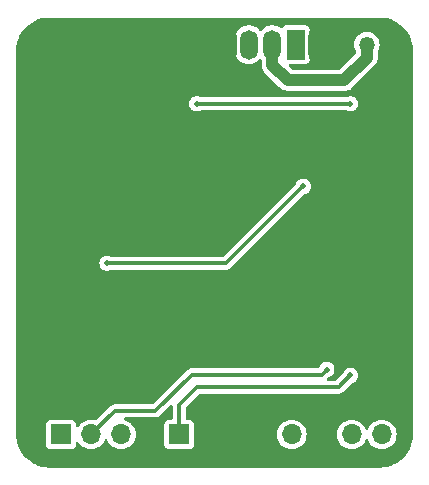
<source format=gbl>
%TF.GenerationSoftware,KiCad,Pcbnew,8.0.7*%
%TF.CreationDate,2025-01-03T22:16:07+08:00*%
%TF.ProjectId,remote_fingers_ESP8266,72656d6f-7465-45f6-9669-6e676572735f,rev?*%
%TF.SameCoordinates,Original*%
%TF.FileFunction,Copper,L2,Bot*%
%TF.FilePolarity,Positive*%
%FSLAX46Y46*%
G04 Gerber Fmt 4.6, Leading zero omitted, Abs format (unit mm)*
G04 Created by KiCad (PCBNEW 8.0.7) date 2025-01-03 22:16:07*
%MOMM*%
%LPD*%
G01*
G04 APERTURE LIST*
%TA.AperFunction,ComponentPad*%
%ADD10O,2.200000X3.500000*%
%TD*%
%TA.AperFunction,ComponentPad*%
%ADD11R,1.500000X2.500000*%
%TD*%
%TA.AperFunction,ComponentPad*%
%ADD12O,1.500000X2.500000*%
%TD*%
%TA.AperFunction,ComponentPad*%
%ADD13R,1.700000X1.700000*%
%TD*%
%TA.AperFunction,ComponentPad*%
%ADD14O,1.700000X1.700000*%
%TD*%
%TA.AperFunction,ComponentPad*%
%ADD15R,1.350000X1.350000*%
%TD*%
%TA.AperFunction,ComponentPad*%
%ADD16O,1.350000X1.350000*%
%TD*%
%TA.AperFunction,ViaPad*%
%ADD17C,0.500000*%
%TD*%
%TA.AperFunction,Conductor*%
%ADD18C,0.300000*%
%TD*%
%TA.AperFunction,Conductor*%
%ADD19C,1.000000*%
%TD*%
G04 APERTURE END LIST*
D10*
%TO.P,SW1,*%
%TO.N,GND*%
X97000000Y-83000000D03*
X88800000Y-83000000D03*
D11*
%TO.P,SW1,1,A*%
%TO.N,unconnected-(SW1-A-Pad1)*%
X94900000Y-83000000D03*
D12*
%TO.P,SW1,2,B*%
%TO.N,+BATT*%
X92900000Y-83000000D03*
%TO.P,SW1,3,C*%
%TO.N,VBUS*%
X90900000Y-83000000D03*
%TD*%
D13*
%TO.P,J4,1*%
%TO.N,/GPIO5*%
X85000000Y-116000000D03*
D14*
%TO.P,J4,2*%
%TO.N,GND*%
X87540000Y-116000000D03*
%TD*%
D13*
%TO.P,J3,1*%
%TO.N,GND*%
X92000000Y-116000000D03*
D14*
%TO.P,J3,2*%
%TO.N,/GPIO0*%
X94540000Y-116000000D03*
%TO.P,J3,3*%
%TO.N,GND*%
X97080000Y-116000000D03*
%TO.P,J3,4*%
%TO.N,/RXD*%
X99620000Y-116000000D03*
%TO.P,J3,5*%
%TO.N,/TXD*%
X102160000Y-116000000D03*
%TD*%
D13*
%TO.P,J2,1*%
%TO.N,VBUS*%
X75000000Y-116000000D03*
D14*
%TO.P,J2,2*%
%TO.N,/GPIO4*%
X77540000Y-116000000D03*
%TO.P,J2,3*%
%TO.N,Net-(D1-A)*%
X80080000Y-116000000D03*
%TD*%
D15*
%TO.P,J1,1*%
%TO.N,GND*%
X102900000Y-83000000D03*
D16*
%TO.P,J1,2*%
%TO.N,+BATT*%
X100900000Y-83000000D03*
%TD*%
D17*
%TO.N,GND*%
X92000000Y-90000000D03*
X95500000Y-90000000D03*
X72500000Y-113000000D03*
X72500000Y-109500000D03*
X72000000Y-106000000D03*
X72500000Y-85500000D03*
X73500000Y-83000000D03*
X76500000Y-82000000D03*
X80000000Y-82000000D03*
X78000000Y-93000000D03*
X81500000Y-99000000D03*
X81500000Y-104500000D03*
X81500000Y-108000000D03*
X75000000Y-103500000D03*
X75000000Y-100000000D03*
X75000000Y-97500000D03*
X75000000Y-109000000D03*
X82500000Y-115500000D03*
X82500000Y-112000000D03*
X86500000Y-114000000D03*
X94500000Y-114000000D03*
X98500000Y-113500000D03*
X102000000Y-96000000D03*
X102000000Y-103500000D03*
X97000000Y-103500000D03*
X91000000Y-103500000D03*
X91000000Y-96000000D03*
X85500000Y-107500000D03*
X85500000Y-103500000D03*
X85500000Y-99500000D03*
X85500000Y-95500000D03*
X85500000Y-92000000D03*
%TO.N,+3.3V*%
X99500000Y-88000000D03*
X86500000Y-88000000D03*
%TO.N,/SERVOS_EN*%
X95500000Y-95000000D03*
X78912500Y-101500000D03*
%TO.N,/GPIO4*%
X97500000Y-110500000D03*
%TO.N,/GPIO5*%
X99500000Y-111000000D03*
%TD*%
D18*
%TO.N,+3.3V*%
X86500000Y-88000000D02*
X99500000Y-88000000D01*
%TO.N,/GPIO5*%
X98500000Y-112000000D02*
X99500000Y-111000000D01*
X86500000Y-112000000D02*
X98500000Y-112000000D01*
X85000000Y-113500000D02*
X86500000Y-112000000D01*
X85000000Y-116000000D02*
X85000000Y-113500000D01*
%TO.N,/SERVOS_EN*%
X89000000Y-101500000D02*
X95500000Y-95000000D01*
X78912500Y-101500000D02*
X89000000Y-101500000D01*
%TO.N,/GPIO4*%
X97060000Y-110940000D02*
X97500000Y-110500000D01*
X79540000Y-114000000D02*
X83000000Y-114000000D01*
X83000000Y-114000000D02*
X86060000Y-110940000D01*
X77540000Y-116000000D02*
X79540000Y-114000000D01*
X86060000Y-110940000D02*
X97060000Y-110940000D01*
D19*
%TO.N,+BATT*%
X94190000Y-86000000D02*
X99000000Y-86000000D01*
X92900000Y-84710000D02*
X94190000Y-86000000D01*
X100900000Y-84100000D02*
X100900000Y-83000000D01*
X92900000Y-83000000D02*
X92900000Y-84710000D01*
X99000000Y-86000000D02*
X100900000Y-84100000D01*
%TD*%
%TA.AperFunction,Conductor*%
%TO.N,GND*%
G36*
X102003472Y-80700695D02*
G01*
X102306503Y-80717713D01*
X102320301Y-80719267D01*
X102616080Y-80769522D01*
X102629636Y-80772616D01*
X102917927Y-80855672D01*
X102931051Y-80860265D01*
X103208222Y-80975072D01*
X103220744Y-80981101D01*
X103423184Y-81092986D01*
X103483328Y-81126227D01*
X103495102Y-81133625D01*
X103739789Y-81307239D01*
X103750657Y-81315907D01*
X103974352Y-81515815D01*
X103984184Y-81525647D01*
X104141614Y-81701810D01*
X104156513Y-81718482D01*
X104184092Y-81749342D01*
X104192763Y-81760214D01*
X104366374Y-82004897D01*
X104373772Y-82016671D01*
X104518894Y-82279248D01*
X104524927Y-82291777D01*
X104639734Y-82568948D01*
X104644327Y-82582072D01*
X104727383Y-82870363D01*
X104730477Y-82883920D01*
X104780730Y-83179688D01*
X104782287Y-83193506D01*
X104799305Y-83496527D01*
X104799500Y-83503480D01*
X104799500Y-115996519D01*
X104799305Y-116003472D01*
X104782287Y-116306493D01*
X104780730Y-116320311D01*
X104730477Y-116616079D01*
X104727383Y-116629636D01*
X104644327Y-116917927D01*
X104639734Y-116931051D01*
X104524927Y-117208222D01*
X104518894Y-117220751D01*
X104373772Y-117483328D01*
X104366374Y-117495102D01*
X104192763Y-117739785D01*
X104184092Y-117750657D01*
X103984184Y-117974352D01*
X103974352Y-117984184D01*
X103750657Y-118184092D01*
X103739785Y-118192763D01*
X103495102Y-118366374D01*
X103483328Y-118373772D01*
X103220751Y-118518894D01*
X103208222Y-118524927D01*
X102931051Y-118639734D01*
X102917927Y-118644327D01*
X102629636Y-118727383D01*
X102616079Y-118730477D01*
X102320311Y-118780730D01*
X102306493Y-118782287D01*
X102003472Y-118799305D01*
X101996519Y-118799500D01*
X74003481Y-118799500D01*
X73996528Y-118799305D01*
X73693506Y-118782287D01*
X73679688Y-118780730D01*
X73383920Y-118730477D01*
X73370363Y-118727383D01*
X73082072Y-118644327D01*
X73068948Y-118639734D01*
X72791777Y-118524927D01*
X72779248Y-118518894D01*
X72516671Y-118373772D01*
X72504897Y-118366374D01*
X72260214Y-118192763D01*
X72249342Y-118184092D01*
X72025647Y-117984184D01*
X72015815Y-117974352D01*
X71815907Y-117750657D01*
X71807236Y-117739785D01*
X71633625Y-117495102D01*
X71626227Y-117483328D01*
X71497547Y-117250500D01*
X71481101Y-117220744D01*
X71475072Y-117208222D01*
X71462574Y-117178050D01*
X71450347Y-117148531D01*
X71360265Y-116931051D01*
X71355672Y-116917927D01*
X71272616Y-116629636D01*
X71269522Y-116616079D01*
X71250030Y-116501356D01*
X71219267Y-116320301D01*
X71217713Y-116306503D01*
X71200695Y-116003472D01*
X71200500Y-115996519D01*
X71200500Y-115118475D01*
X73749500Y-115118475D01*
X73749500Y-116881517D01*
X73760292Y-116949657D01*
X73764354Y-116975304D01*
X73821950Y-117088342D01*
X73821952Y-117088344D01*
X73821954Y-117088347D01*
X73911652Y-117178045D01*
X73911654Y-117178046D01*
X73911658Y-117178050D01*
X74024694Y-117235645D01*
X74024698Y-117235647D01*
X74118475Y-117250499D01*
X74118481Y-117250500D01*
X75881518Y-117250499D01*
X75975304Y-117235646D01*
X76088342Y-117178050D01*
X76178050Y-117088342D01*
X76235646Y-116975304D01*
X76235646Y-116975302D01*
X76235647Y-116975301D01*
X76250499Y-116881524D01*
X76250500Y-116881519D01*
X76250499Y-116731859D01*
X76270183Y-116664823D01*
X76322987Y-116619068D01*
X76392145Y-116609124D01*
X76455701Y-116638149D01*
X76476073Y-116660738D01*
X76578402Y-116806877D01*
X76733123Y-116961598D01*
X76912361Y-117087102D01*
X77110670Y-117179575D01*
X77322023Y-117236207D01*
X77504926Y-117252208D01*
X77539998Y-117255277D01*
X77540000Y-117255277D01*
X77540002Y-117255277D01*
X77568254Y-117252805D01*
X77757977Y-117236207D01*
X77969330Y-117179575D01*
X78167639Y-117087102D01*
X78346877Y-116961598D01*
X78501598Y-116806877D01*
X78627102Y-116627639D01*
X78697618Y-116476414D01*
X78743790Y-116423977D01*
X78810984Y-116404825D01*
X78877865Y-116425041D01*
X78922381Y-116476414D01*
X78992898Y-116627639D01*
X79118402Y-116806877D01*
X79273123Y-116961598D01*
X79452361Y-117087102D01*
X79650670Y-117179575D01*
X79862023Y-117236207D01*
X80044926Y-117252208D01*
X80079998Y-117255277D01*
X80080000Y-117255277D01*
X80080002Y-117255277D01*
X80108254Y-117252805D01*
X80297977Y-117236207D01*
X80509330Y-117179575D01*
X80707639Y-117087102D01*
X80886877Y-116961598D01*
X81041598Y-116806877D01*
X81167102Y-116627639D01*
X81259575Y-116429330D01*
X81316207Y-116217977D01*
X81335277Y-116000000D01*
X81334972Y-115996519D01*
X81331569Y-115957618D01*
X81316207Y-115782023D01*
X81259575Y-115570670D01*
X81167102Y-115372362D01*
X81167100Y-115372359D01*
X81167099Y-115372357D01*
X81041599Y-115193124D01*
X80966950Y-115118475D01*
X80886877Y-115038402D01*
X80707639Y-114912898D01*
X80707640Y-114912898D01*
X80707638Y-114912897D01*
X80608484Y-114866661D01*
X80509330Y-114820425D01*
X80509326Y-114820424D01*
X80509322Y-114820422D01*
X80411738Y-114794275D01*
X80352077Y-114757910D01*
X80321548Y-114695063D01*
X80329843Y-114625687D01*
X80374328Y-114571810D01*
X80440880Y-114550535D01*
X80443831Y-114550500D01*
X83072472Y-114550500D01*
X83072474Y-114550500D01*
X83072475Y-114550500D01*
X83212485Y-114512984D01*
X83338015Y-114440510D01*
X84237819Y-113540704D01*
X84299142Y-113507220D01*
X84368833Y-113512204D01*
X84424767Y-113554076D01*
X84449184Y-113619540D01*
X84449500Y-113628386D01*
X84449500Y-114625500D01*
X84429815Y-114692539D01*
X84377011Y-114738294D01*
X84325501Y-114749500D01*
X84118482Y-114749500D01*
X84037519Y-114762323D01*
X84024696Y-114764354D01*
X83911658Y-114821950D01*
X83911657Y-114821951D01*
X83911652Y-114821954D01*
X83821954Y-114911652D01*
X83821951Y-114911657D01*
X83821950Y-114911658D01*
X83802751Y-114949337D01*
X83764352Y-115024698D01*
X83749500Y-115118475D01*
X83749500Y-116881517D01*
X83760292Y-116949657D01*
X83764354Y-116975304D01*
X83821950Y-117088342D01*
X83821952Y-117088344D01*
X83821954Y-117088347D01*
X83911652Y-117178045D01*
X83911654Y-117178046D01*
X83911658Y-117178050D01*
X84024694Y-117235645D01*
X84024698Y-117235647D01*
X84118475Y-117250499D01*
X84118481Y-117250500D01*
X85881518Y-117250499D01*
X85975304Y-117235646D01*
X86088342Y-117178050D01*
X86178050Y-117088342D01*
X86235646Y-116975304D01*
X86235646Y-116975302D01*
X86235647Y-116975301D01*
X86250499Y-116881524D01*
X86250500Y-116881519D01*
X86250499Y-115999997D01*
X93284723Y-115999997D01*
X93284723Y-116000002D01*
X93303793Y-116217975D01*
X93303793Y-116217979D01*
X93360422Y-116429322D01*
X93360424Y-116429326D01*
X93360425Y-116429330D01*
X93382382Y-116476416D01*
X93452897Y-116627638D01*
X93452898Y-116627639D01*
X93578402Y-116806877D01*
X93733123Y-116961598D01*
X93912361Y-117087102D01*
X94110670Y-117179575D01*
X94322023Y-117236207D01*
X94504926Y-117252208D01*
X94539998Y-117255277D01*
X94540000Y-117255277D01*
X94540002Y-117255277D01*
X94568254Y-117252805D01*
X94757977Y-117236207D01*
X94969330Y-117179575D01*
X95167639Y-117087102D01*
X95346877Y-116961598D01*
X95501598Y-116806877D01*
X95627102Y-116627639D01*
X95719575Y-116429330D01*
X95776207Y-116217977D01*
X95795277Y-116000000D01*
X95795277Y-115999997D01*
X98364723Y-115999997D01*
X98364723Y-116000002D01*
X98383793Y-116217975D01*
X98383793Y-116217979D01*
X98440422Y-116429322D01*
X98440424Y-116429326D01*
X98440425Y-116429330D01*
X98462382Y-116476416D01*
X98532897Y-116627638D01*
X98532898Y-116627639D01*
X98658402Y-116806877D01*
X98813123Y-116961598D01*
X98992361Y-117087102D01*
X99190670Y-117179575D01*
X99402023Y-117236207D01*
X99584926Y-117252208D01*
X99619998Y-117255277D01*
X99620000Y-117255277D01*
X99620002Y-117255277D01*
X99648254Y-117252805D01*
X99837977Y-117236207D01*
X100049330Y-117179575D01*
X100247639Y-117087102D01*
X100426877Y-116961598D01*
X100581598Y-116806877D01*
X100707102Y-116627639D01*
X100777618Y-116476414D01*
X100823790Y-116423977D01*
X100890984Y-116404825D01*
X100957865Y-116425041D01*
X101002381Y-116476414D01*
X101072898Y-116627639D01*
X101198402Y-116806877D01*
X101353123Y-116961598D01*
X101532361Y-117087102D01*
X101730670Y-117179575D01*
X101942023Y-117236207D01*
X102124926Y-117252208D01*
X102159998Y-117255277D01*
X102160000Y-117255277D01*
X102160002Y-117255277D01*
X102188254Y-117252805D01*
X102377977Y-117236207D01*
X102589330Y-117179575D01*
X102787639Y-117087102D01*
X102966877Y-116961598D01*
X103121598Y-116806877D01*
X103247102Y-116627639D01*
X103339575Y-116429330D01*
X103396207Y-116217977D01*
X103415277Y-116000000D01*
X103414972Y-115996519D01*
X103411569Y-115957618D01*
X103396207Y-115782023D01*
X103339575Y-115570670D01*
X103247102Y-115372362D01*
X103247100Y-115372359D01*
X103247099Y-115372357D01*
X103121599Y-115193124D01*
X103046950Y-115118475D01*
X102966877Y-115038402D01*
X102787639Y-114912898D01*
X102787640Y-114912898D01*
X102787638Y-114912897D01*
X102688484Y-114866661D01*
X102589330Y-114820425D01*
X102589326Y-114820424D01*
X102589322Y-114820422D01*
X102377977Y-114763793D01*
X102160002Y-114744723D01*
X102159998Y-114744723D01*
X102014682Y-114757436D01*
X101942023Y-114763793D01*
X101942020Y-114763793D01*
X101730677Y-114820422D01*
X101730670Y-114820424D01*
X101730670Y-114820425D01*
X101727391Y-114821954D01*
X101532361Y-114912898D01*
X101532357Y-114912900D01*
X101353121Y-115038402D01*
X101198402Y-115193121D01*
X101072900Y-115372357D01*
X101072898Y-115372361D01*
X101002382Y-115523583D01*
X100956209Y-115576022D01*
X100889016Y-115595174D01*
X100822135Y-115574958D01*
X100777618Y-115523583D01*
X100763118Y-115492488D01*
X100707102Y-115372362D01*
X100707100Y-115372359D01*
X100707099Y-115372357D01*
X100581599Y-115193124D01*
X100506950Y-115118475D01*
X100426877Y-115038402D01*
X100247639Y-114912898D01*
X100247640Y-114912898D01*
X100247638Y-114912897D01*
X100148484Y-114866661D01*
X100049330Y-114820425D01*
X100049326Y-114820424D01*
X100049322Y-114820422D01*
X99837977Y-114763793D01*
X99620002Y-114744723D01*
X99619998Y-114744723D01*
X99474682Y-114757436D01*
X99402023Y-114763793D01*
X99402020Y-114763793D01*
X99190677Y-114820422D01*
X99190670Y-114820424D01*
X99190670Y-114820425D01*
X99187391Y-114821954D01*
X98992361Y-114912898D01*
X98992357Y-114912900D01*
X98813121Y-115038402D01*
X98658402Y-115193121D01*
X98532900Y-115372357D01*
X98532898Y-115372361D01*
X98440426Y-115570668D01*
X98440422Y-115570677D01*
X98383793Y-115782020D01*
X98383793Y-115782024D01*
X98364723Y-115999997D01*
X95795277Y-115999997D01*
X95794972Y-115996519D01*
X95791569Y-115957618D01*
X95776207Y-115782023D01*
X95719575Y-115570670D01*
X95627102Y-115372362D01*
X95627100Y-115372359D01*
X95627099Y-115372357D01*
X95501599Y-115193124D01*
X95426950Y-115118475D01*
X95346877Y-115038402D01*
X95167639Y-114912898D01*
X95167640Y-114912898D01*
X95167638Y-114912897D01*
X95068484Y-114866661D01*
X94969330Y-114820425D01*
X94969326Y-114820424D01*
X94969322Y-114820422D01*
X94757977Y-114763793D01*
X94540002Y-114744723D01*
X94539998Y-114744723D01*
X94394682Y-114757436D01*
X94322023Y-114763793D01*
X94322020Y-114763793D01*
X94110677Y-114820422D01*
X94110670Y-114820424D01*
X94110670Y-114820425D01*
X94107391Y-114821954D01*
X93912361Y-114912898D01*
X93912357Y-114912900D01*
X93733121Y-115038402D01*
X93578402Y-115193121D01*
X93452900Y-115372357D01*
X93452898Y-115372361D01*
X93360426Y-115570668D01*
X93360422Y-115570677D01*
X93303793Y-115782020D01*
X93303793Y-115782024D01*
X93284723Y-115999997D01*
X86250499Y-115999997D01*
X86250499Y-115118482D01*
X86235646Y-115024696D01*
X86178050Y-114911658D01*
X86178046Y-114911654D01*
X86178045Y-114911652D01*
X86088347Y-114821954D01*
X86088344Y-114821952D01*
X86088342Y-114821950D01*
X86011517Y-114782805D01*
X85975301Y-114764352D01*
X85881524Y-114749500D01*
X85881519Y-114749500D01*
X85674500Y-114749500D01*
X85607461Y-114729815D01*
X85561706Y-114677011D01*
X85550500Y-114625500D01*
X85550500Y-113779387D01*
X85570185Y-113712348D01*
X85586819Y-113691706D01*
X86691706Y-112586819D01*
X86753029Y-112553334D01*
X86779387Y-112550500D01*
X98572472Y-112550500D01*
X98572474Y-112550500D01*
X98572475Y-112550500D01*
X98712485Y-112512984D01*
X98838015Y-112440510D01*
X99619622Y-111658900D01*
X99677624Y-111626187D01*
X99732365Y-111612696D01*
X99872240Y-111539283D01*
X99990483Y-111434530D01*
X100080220Y-111304523D01*
X100136237Y-111156818D01*
X100155278Y-111000000D01*
X100136237Y-110843182D01*
X100080220Y-110695477D01*
X99990483Y-110565470D01*
X99872240Y-110460717D01*
X99872238Y-110460716D01*
X99872237Y-110460715D01*
X99732365Y-110387303D01*
X99578986Y-110349500D01*
X99578985Y-110349500D01*
X99421015Y-110349500D01*
X99421014Y-110349500D01*
X99267634Y-110387303D01*
X99127762Y-110460715D01*
X99009516Y-110565471D01*
X98919781Y-110695475D01*
X98919780Y-110695476D01*
X98864325Y-110841699D01*
X98836064Y-110885409D01*
X98308294Y-111413181D01*
X98246971Y-111446666D01*
X98220613Y-111449500D01*
X97628386Y-111449500D01*
X97561347Y-111429815D01*
X97515592Y-111377011D01*
X97505648Y-111307853D01*
X97534673Y-111244297D01*
X97540684Y-111237839D01*
X97619624Y-111158899D01*
X97677628Y-111126186D01*
X97708959Y-111118464D01*
X97732362Y-111112697D01*
X97732363Y-111112696D01*
X97732365Y-111112696D01*
X97872240Y-111039283D01*
X97990483Y-110934530D01*
X98080220Y-110804523D01*
X98136237Y-110656818D01*
X98155278Y-110500000D01*
X98136237Y-110343182D01*
X98080220Y-110195477D01*
X97990483Y-110065470D01*
X97872240Y-109960717D01*
X97872238Y-109960716D01*
X97872237Y-109960715D01*
X97732365Y-109887303D01*
X97578986Y-109849500D01*
X97578985Y-109849500D01*
X97421015Y-109849500D01*
X97421014Y-109849500D01*
X97267634Y-109887303D01*
X97127762Y-109960715D01*
X97009516Y-110065471D01*
X96919781Y-110195475D01*
X96919780Y-110195476D01*
X96876548Y-110309471D01*
X96834370Y-110365174D01*
X96768773Y-110389231D01*
X96760606Y-110389500D01*
X85987525Y-110389500D01*
X85903519Y-110412009D01*
X85847513Y-110427016D01*
X85847512Y-110427017D01*
X85721989Y-110499487D01*
X85721984Y-110499491D01*
X82808294Y-113413181D01*
X82746971Y-113446666D01*
X82720613Y-113449500D01*
X79467525Y-113449500D01*
X79362517Y-113477637D01*
X79327514Y-113487016D01*
X79201986Y-113559489D01*
X79201983Y-113559491D01*
X77997648Y-114763825D01*
X77936325Y-114797310D01*
X77877874Y-114795919D01*
X77871738Y-114794275D01*
X77757977Y-114763793D01*
X77540002Y-114744723D01*
X77539998Y-114744723D01*
X77394682Y-114757436D01*
X77322023Y-114763793D01*
X77322020Y-114763793D01*
X77110677Y-114820422D01*
X77110670Y-114820424D01*
X77110670Y-114820425D01*
X77107391Y-114821954D01*
X76912361Y-114912898D01*
X76912357Y-114912900D01*
X76733121Y-115038402D01*
X76578402Y-115193121D01*
X76476074Y-115339262D01*
X76421497Y-115382887D01*
X76351999Y-115390081D01*
X76289644Y-115358558D01*
X76254230Y-115298328D01*
X76250499Y-115268139D01*
X76250499Y-115118482D01*
X76250498Y-115118475D01*
X76235646Y-115024696D01*
X76178050Y-114911658D01*
X76178046Y-114911654D01*
X76178045Y-114911652D01*
X76088347Y-114821954D01*
X76088344Y-114821952D01*
X76088342Y-114821950D01*
X76011517Y-114782805D01*
X75975301Y-114764352D01*
X75881524Y-114749500D01*
X74118482Y-114749500D01*
X74037519Y-114762323D01*
X74024696Y-114764354D01*
X73911658Y-114821950D01*
X73911657Y-114821951D01*
X73911652Y-114821954D01*
X73821954Y-114911652D01*
X73821951Y-114911657D01*
X73821950Y-114911658D01*
X73802751Y-114949337D01*
X73764352Y-115024698D01*
X73749500Y-115118475D01*
X71200500Y-115118475D01*
X71200500Y-101499999D01*
X78257222Y-101499999D01*
X78257222Y-101500000D01*
X78276262Y-101656818D01*
X78332280Y-101804523D01*
X78422017Y-101934530D01*
X78540260Y-102039283D01*
X78540262Y-102039284D01*
X78680134Y-102112696D01*
X78833514Y-102150500D01*
X78833515Y-102150500D01*
X78991485Y-102150500D01*
X79144865Y-102112696D01*
X79236305Y-102064703D01*
X79293931Y-102050500D01*
X89072472Y-102050500D01*
X89072474Y-102050500D01*
X89072475Y-102050500D01*
X89212485Y-102012984D01*
X89338015Y-101940510D01*
X95619623Y-95658900D01*
X95677628Y-95626186D01*
X95708959Y-95618464D01*
X95732362Y-95612697D01*
X95732363Y-95612696D01*
X95732365Y-95612696D01*
X95872240Y-95539283D01*
X95990483Y-95434530D01*
X96080220Y-95304523D01*
X96136237Y-95156818D01*
X96155278Y-95000000D01*
X96136237Y-94843182D01*
X96080220Y-94695477D01*
X95990483Y-94565470D01*
X95872240Y-94460717D01*
X95872238Y-94460716D01*
X95872237Y-94460715D01*
X95732365Y-94387303D01*
X95578986Y-94349500D01*
X95578985Y-94349500D01*
X95421015Y-94349500D01*
X95421014Y-94349500D01*
X95267634Y-94387303D01*
X95127762Y-94460715D01*
X95009516Y-94565471D01*
X94919781Y-94695475D01*
X94919780Y-94695476D01*
X94864325Y-94841699D01*
X94836064Y-94885409D01*
X88808294Y-100913181D01*
X88746971Y-100946666D01*
X88720613Y-100949500D01*
X79293931Y-100949500D01*
X79236305Y-100935296D01*
X79144865Y-100887304D01*
X79144864Y-100887303D01*
X79144863Y-100887303D01*
X78991486Y-100849500D01*
X78991485Y-100849500D01*
X78833515Y-100849500D01*
X78833514Y-100849500D01*
X78680134Y-100887303D01*
X78540262Y-100960715D01*
X78422016Y-101065471D01*
X78332281Y-101195475D01*
X78332280Y-101195476D01*
X78276262Y-101343181D01*
X78257222Y-101499999D01*
X71200500Y-101499999D01*
X71200500Y-87999999D01*
X85844722Y-87999999D01*
X85844722Y-88000000D01*
X85863762Y-88156818D01*
X85919780Y-88304523D01*
X86009517Y-88434530D01*
X86127760Y-88539283D01*
X86127762Y-88539284D01*
X86267634Y-88612696D01*
X86421014Y-88650500D01*
X86421015Y-88650500D01*
X86578985Y-88650500D01*
X86732365Y-88612696D01*
X86823805Y-88564703D01*
X86881431Y-88550500D01*
X99118569Y-88550500D01*
X99176194Y-88564703D01*
X99267635Y-88612696D01*
X99344325Y-88631598D01*
X99421014Y-88650500D01*
X99421015Y-88650500D01*
X99578985Y-88650500D01*
X99732365Y-88612696D01*
X99872240Y-88539283D01*
X99990483Y-88434530D01*
X100080220Y-88304523D01*
X100136237Y-88156818D01*
X100155278Y-88000000D01*
X100136237Y-87843182D01*
X100080220Y-87695477D01*
X99990483Y-87565470D01*
X99872240Y-87460717D01*
X99872238Y-87460716D01*
X99872237Y-87460715D01*
X99732365Y-87387303D01*
X99578986Y-87349500D01*
X99578985Y-87349500D01*
X99421015Y-87349500D01*
X99421014Y-87349500D01*
X99267636Y-87387303D01*
X99221763Y-87411379D01*
X99176194Y-87435296D01*
X99118569Y-87449500D01*
X86881431Y-87449500D01*
X86823805Y-87435296D01*
X86732365Y-87387304D01*
X86732364Y-87387303D01*
X86732363Y-87387303D01*
X86578986Y-87349500D01*
X86578985Y-87349500D01*
X86421015Y-87349500D01*
X86421014Y-87349500D01*
X86267634Y-87387303D01*
X86127762Y-87460715D01*
X86009516Y-87565471D01*
X85919781Y-87695475D01*
X85919780Y-87695476D01*
X85863762Y-87843181D01*
X85844722Y-87999999D01*
X71200500Y-87999999D01*
X71200500Y-83503480D01*
X71200695Y-83496527D01*
X71206667Y-83390180D01*
X71217713Y-83193494D01*
X71219267Y-83179700D01*
X71269523Y-82883915D01*
X71272616Y-82870363D01*
X71292446Y-82801535D01*
X71355673Y-82582068D01*
X71360265Y-82568948D01*
X71382279Y-82515799D01*
X71426331Y-82409448D01*
X89749500Y-82409448D01*
X89749500Y-83590551D01*
X89777829Y-83769410D01*
X89833787Y-83941636D01*
X89833788Y-83941639D01*
X89916006Y-84102997D01*
X90022441Y-84249494D01*
X90022445Y-84249499D01*
X90150500Y-84377554D01*
X90150505Y-84377558D01*
X90246545Y-84447334D01*
X90297006Y-84483996D01*
X90402484Y-84537740D01*
X90458360Y-84566211D01*
X90458363Y-84566212D01*
X90494792Y-84578048D01*
X90630591Y-84622171D01*
X90713429Y-84635291D01*
X90809449Y-84650500D01*
X90809454Y-84650500D01*
X90990551Y-84650500D01*
X91077259Y-84636765D01*
X91169409Y-84622171D01*
X91341639Y-84566211D01*
X91502994Y-84483996D01*
X91649501Y-84377553D01*
X91777553Y-84249501D01*
X91777558Y-84249494D01*
X91780725Y-84245788D01*
X91782398Y-84247217D01*
X91830445Y-84210125D01*
X91900055Y-84204106D01*
X91961869Y-84236676D01*
X91996261Y-84297495D01*
X91999500Y-84325650D01*
X91999500Y-84798696D01*
X92034103Y-84972658D01*
X92034105Y-84972666D01*
X92068046Y-85054606D01*
X92068046Y-85054607D01*
X92101984Y-85136542D01*
X92101985Y-85136544D01*
X92145709Y-85201982D01*
X92145710Y-85201983D01*
X92145713Y-85201987D01*
X92186738Y-85263386D01*
X92200537Y-85284038D01*
X92200538Y-85284039D01*
X93490536Y-86574035D01*
X93615962Y-86699461D01*
X93615966Y-86699465D01*
X93763446Y-86798009D01*
X93763459Y-86798016D01*
X93886363Y-86848923D01*
X93927334Y-86865894D01*
X93927336Y-86865894D01*
X93927341Y-86865896D01*
X94101304Y-86900499D01*
X94101307Y-86900500D01*
X94101309Y-86900500D01*
X99088693Y-86900500D01*
X99088694Y-86900499D01*
X99262666Y-86865895D01*
X99344606Y-86831953D01*
X99426547Y-86798013D01*
X99426549Y-86798011D01*
X99426552Y-86798010D01*
X99514955Y-86738939D01*
X99514955Y-86738938D01*
X99514959Y-86738936D01*
X99574036Y-86699464D01*
X101599464Y-84674035D01*
X101625115Y-84635646D01*
X101698013Y-84526547D01*
X101715638Y-84483996D01*
X101730824Y-84447335D01*
X101730824Y-84447334D01*
X101759726Y-84377558D01*
X101765895Y-84362666D01*
X101800500Y-84188692D01*
X101800500Y-84011308D01*
X101800500Y-83632675D01*
X101817085Y-83574390D01*
X101815771Y-83573736D01*
X101872346Y-83460118D01*
X101907171Y-83390180D01*
X101961717Y-83198469D01*
X101980108Y-83000000D01*
X101961717Y-82801531D01*
X101907171Y-82609820D01*
X101886819Y-82568948D01*
X101818329Y-82431401D01*
X101818324Y-82431393D01*
X101698207Y-82272333D01*
X101550911Y-82138056D01*
X101550910Y-82138055D01*
X101486375Y-82098096D01*
X101381447Y-82033127D01*
X101381445Y-82033126D01*
X101299379Y-82001334D01*
X101195586Y-81961124D01*
X101195582Y-81961123D01*
X101116639Y-81946366D01*
X100999660Y-81924500D01*
X100800340Y-81924500D01*
X100710254Y-81941339D01*
X100604417Y-81961123D01*
X100604415Y-81961123D01*
X100604414Y-81961124D01*
X100552517Y-81981229D01*
X100418554Y-82033126D01*
X100418552Y-82033127D01*
X100249088Y-82138056D01*
X100101792Y-82272333D01*
X99981675Y-82431393D01*
X99981670Y-82431401D01*
X99892830Y-82609816D01*
X99838282Y-82801535D01*
X99819892Y-82999999D01*
X99819892Y-83000000D01*
X99838282Y-83198464D01*
X99892830Y-83390183D01*
X99984229Y-83573736D01*
X99982914Y-83574390D01*
X99999500Y-83632675D01*
X99999500Y-83675638D01*
X99979815Y-83742677D01*
X99963181Y-83763319D01*
X98663319Y-85063181D01*
X98601996Y-85096666D01*
X98575638Y-85099500D01*
X94614361Y-85099500D01*
X94547322Y-85079815D01*
X94526680Y-85063181D01*
X94325680Y-84862180D01*
X94292195Y-84800857D01*
X94297179Y-84731165D01*
X94339051Y-84675232D01*
X94404515Y-84650815D01*
X94413338Y-84650499D01*
X95681518Y-84650499D01*
X95775304Y-84635646D01*
X95888342Y-84578050D01*
X95978050Y-84488342D01*
X96035646Y-84375304D01*
X96035646Y-84375302D01*
X96035647Y-84375301D01*
X96050499Y-84281524D01*
X96050500Y-84281519D01*
X96050499Y-81718482D01*
X96035646Y-81624696D01*
X95978050Y-81511658D01*
X95978046Y-81511654D01*
X95978045Y-81511652D01*
X95888347Y-81421954D01*
X95888344Y-81421952D01*
X95888342Y-81421950D01*
X95801750Y-81377829D01*
X95775301Y-81364352D01*
X95681524Y-81349500D01*
X94118482Y-81349500D01*
X94037519Y-81362323D01*
X94024696Y-81364354D01*
X93911658Y-81421950D01*
X93911657Y-81421951D01*
X93911652Y-81421954D01*
X93821954Y-81511652D01*
X93821949Y-81511659D01*
X93800072Y-81554595D01*
X93752097Y-81605390D01*
X93684276Y-81622185D01*
X93618141Y-81599647D01*
X93616703Y-81598617D01*
X93502997Y-81516006D01*
X93502996Y-81516005D01*
X93502994Y-81516004D01*
X93438409Y-81483096D01*
X93341639Y-81433788D01*
X93341636Y-81433787D01*
X93169410Y-81377829D01*
X92990551Y-81349500D01*
X92990546Y-81349500D01*
X92809454Y-81349500D01*
X92809449Y-81349500D01*
X92630589Y-81377829D01*
X92458363Y-81433787D01*
X92458360Y-81433788D01*
X92297002Y-81516006D01*
X92150505Y-81622441D01*
X92150500Y-81622445D01*
X92022445Y-81750500D01*
X92000318Y-81780956D01*
X91944987Y-81823621D01*
X91875374Y-81829600D01*
X91813579Y-81796994D01*
X91799682Y-81780956D01*
X91777554Y-81750500D01*
X91649499Y-81622445D01*
X91649494Y-81622441D01*
X91502997Y-81516006D01*
X91502996Y-81516005D01*
X91502994Y-81516004D01*
X91438409Y-81483096D01*
X91341639Y-81433788D01*
X91341636Y-81433787D01*
X91169410Y-81377829D01*
X90990551Y-81349500D01*
X90990546Y-81349500D01*
X90809454Y-81349500D01*
X90809449Y-81349500D01*
X90630589Y-81377829D01*
X90458363Y-81433787D01*
X90458360Y-81433788D01*
X90297002Y-81516006D01*
X90150505Y-81622441D01*
X90150500Y-81622445D01*
X90022445Y-81750500D01*
X90022441Y-81750505D01*
X89916006Y-81897002D01*
X89833788Y-82058360D01*
X89833787Y-82058363D01*
X89777829Y-82230589D01*
X89749500Y-82409448D01*
X71426331Y-82409448D01*
X71475075Y-82291768D01*
X71481097Y-82279262D01*
X71626230Y-82016665D01*
X71633625Y-82004897D01*
X71807245Y-81760201D01*
X71815896Y-81749354D01*
X72015816Y-81525645D01*
X72025647Y-81515815D01*
X72030300Y-81511657D01*
X72249354Y-81315896D01*
X72260201Y-81307245D01*
X72504902Y-81133621D01*
X72516665Y-81126230D01*
X72779262Y-80981097D01*
X72791768Y-80975075D01*
X73068948Y-80860265D01*
X73082068Y-80855673D01*
X73370369Y-80772614D01*
X73383915Y-80769523D01*
X73679700Y-80719267D01*
X73693494Y-80717713D01*
X73996528Y-80700695D01*
X74003481Y-80700500D01*
X74039882Y-80700500D01*
X101960118Y-80700500D01*
X101996519Y-80700500D01*
X102003472Y-80700695D01*
G37*
%TD.AperFunction*%
%TD*%
M02*

</source>
